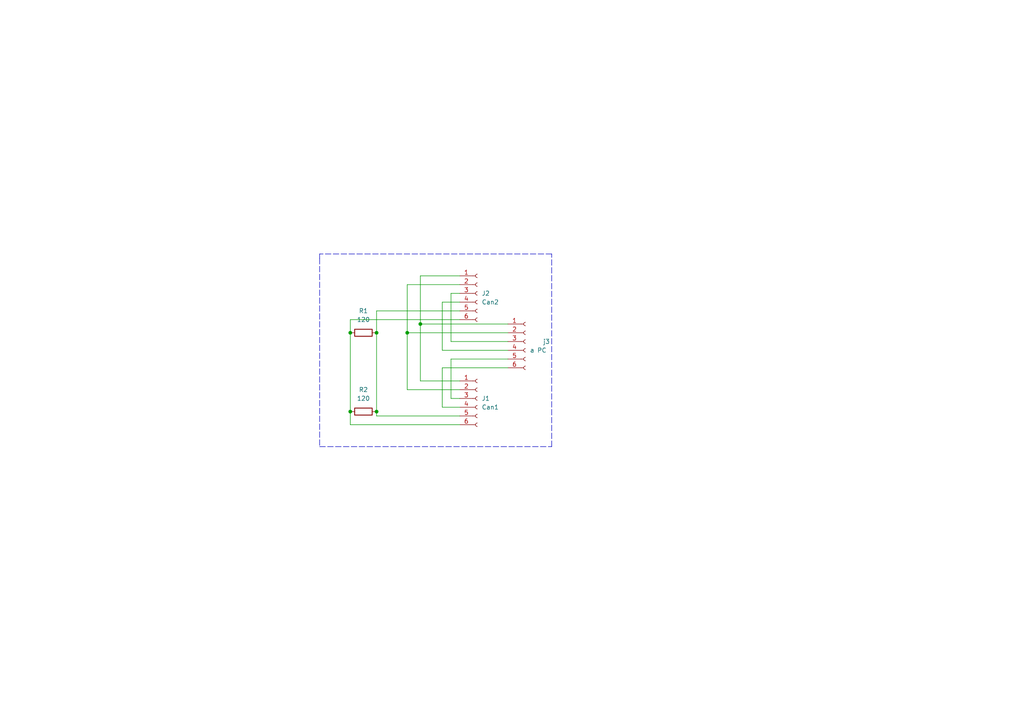
<source format=kicad_sch>
(kicad_sch (version 20211123) (generator eeschema)
  (paper "A4")
  (lib_symbols
    (symbol "Connector:Conn_01x06_Female" (pin_names (offset 1.016) hide)
      (property "Reference" "J" (at 0 7.62 0))
      (property "Value" "Conn_01x06_Female" (at 0 -10.16 0))
      (symbol "Conn_01x06_Female_1_1"
        (arc (start 0 -7.112) (mid -0.508 -7.62) (end 0 -8.128) (stroke (width 0.1524)))
        (arc (start 0 -4.572) (mid -0.508 -5.08) (end 0 -5.588) (stroke (width 0.1524)))
        (arc (start 0 -2.032) (mid -0.508 -2.54) (end 0 -3.048) (stroke (width 0.1524)))
        (polyline (pts (xy -1.27 -7.62) (xy -0.508 -7.62)) (stroke (width 0.1524)))
        (polyline (pts (xy -1.27 -5.08) (xy -0.508 -5.08)) (stroke (width 0.1524)))
        (polyline (pts (xy -1.27 -2.54) (xy -0.508 -2.54)) (stroke (width 0.1524)))
        (polyline (pts (xy -1.27 0) (xy -0.508 0)) (stroke (width 0.1524)))
        (polyline (pts (xy -1.27 2.54) (xy -0.508 2.54)) (stroke (width 0.1524)))
        (polyline (pts (xy -1.27 5.08) (xy -0.508 5.08)) (stroke (width 0.1524)))
        (arc (start 0 0.508) (mid -0.508 0) (end 0 -0.508) (stroke (width 0.1524)))
        (arc (start 0 3.048) (mid -0.508 2.54) (end 0 2.032) (stroke (width 0.1524)))
        (arc (start 0 5.588) (mid -0.508 5.08) (end 0 4.572) (stroke (width 0.1524)))
        (pin passive line (at -5.08 5.08 0) (length 3.81) (name "Pin_1") (number "1"))
        (pin passive line (at -5.08 2.54 0) (length 3.81) (name "Pin_2") (number "2"))
        (pin passive line (at -5.08 0 0) (length 3.81) (name "Pin_3") (number "3"))
        (pin passive line (at -5.08 -2.54 0) (length 3.81) (name "Pin_4") (number "4"))
        (pin passive line (at -5.08 -5.08 0) (length 3.81) (name "Pin_5") (number "5"))
        (pin passive line (at -5.08 -7.62 0) (length 3.81) (name "Pin_6") (number "6"))
      )
    )
    (symbol "Device:R" (pin_numbers hide) (pin_names (offset 0))
      (property "Reference" "R" (at 2.032 0 90))
      (property "Value" "R" (at 0 0 90))
      (symbol "R_0_1"
        (rectangle (start -1.016 -2.54) (end 1.016 2.54) (stroke (width 0.254)))
      )
      (symbol "R_1_1"
        (pin passive line (at 0 3.81 270) (length 1.27) (name "~") (number "1"))
        (pin passive line (at 0 -3.81 90) (length 1.27) (name "~") (number "2"))
      )
    )
  )
  (junction (at 101.6 119.38))
  (junction (at 121.92 93.98))
  (junction (at 101.6 96.52))
  (junction (at 109.22 96.52))
  (junction (at 118.11 96.52))
  (junction (at 109.22 119.38))
  (wire (pts (xy 130.81 104.14) (xy 130.81 115.57)))
  (wire (pts (xy 118.11 96.52) (xy 118.11 113.03)))
  (polyline (pts (xy 92.71 73.66) (xy 92.71 74.93)))
  (wire (pts (xy 133.35 110.49) (xy 121.92 110.49)))
  (polyline (pts (xy 160.02 73.66) (xy 92.71 73.66)))
  (wire (pts (xy 121.92 93.98) (xy 147.32 93.98)))
  (wire (pts (xy 130.81 115.57) (xy 133.35 115.57)))
  (wire (pts (xy 128.27 101.6) (xy 147.32 101.6)))
  (wire (pts (xy 101.6 123.19) (xy 133.35 123.19)))
  (wire (pts (xy 118.11 96.52) (xy 147.32 96.52)))
  (wire (pts (xy 109.22 119.38) (xy 109.22 120.65)))
  (polyline (pts (xy 92.71 74.93) (xy 92.71 129.54)))
  (wire (pts (xy 118.11 82.55) (xy 133.35 82.55)))
  (wire (pts (xy 133.35 118.11) (xy 128.27 118.11)))
  (wire (pts (xy 109.22 90.17) (xy 133.35 90.17)))
  (wire (pts (xy 128.27 106.68) (xy 128.27 118.11)))
  (wire (pts (xy 121.92 80.01) (xy 133.35 80.01)))
  (wire (pts (xy 130.81 99.06) (xy 130.81 85.09)))
  (wire (pts (xy 128.27 101.6) (xy 128.27 87.63)))
  (wire (pts (xy 133.35 85.09) (xy 130.81 85.09)))
  (wire (pts (xy 133.35 113.03) (xy 118.11 113.03)))
  (wire (pts (xy 101.6 92.71) (xy 133.35 92.71)))
  (wire (pts (xy 101.6 96.52) (xy 101.6 92.71)))
  (wire (pts (xy 109.22 90.17) (xy 109.22 96.52)))
  (wire (pts (xy 109.22 96.52) (xy 109.22 119.38)))
  (wire (pts (xy 118.11 96.52) (xy 118.11 82.55)))
  (wire (pts (xy 101.6 119.38) (xy 101.6 96.52)))
  (wire (pts (xy 133.35 87.63) (xy 128.27 87.63)))
  (wire (pts (xy 101.6 123.19) (xy 101.6 119.38)))
  (polyline (pts (xy 92.71 129.54) (xy 160.02 129.54)))
  (wire (pts (xy 121.92 80.01) (xy 121.92 93.98)))
  (wire (pts (xy 130.81 104.14) (xy 147.32 104.14)))
  (wire (pts (xy 121.92 110.49) (xy 121.92 93.98)))
  (wire (pts (xy 109.22 120.65) (xy 133.35 120.65)))
  (wire (pts (xy 130.81 99.06) (xy 147.32 99.06)))
  (polyline (pts (xy 160.02 129.54) (xy 160.02 73.66)))
  (wire (pts (xy 128.27 106.68) (xy 147.32 106.68)))
  (symbol (lib_id "Connector:Conn_01x06_Female") (at 152.4 99.06 0) (unit 1)
    (property "Reference" "j3" (at 157.48 99.06 0) (effects (justify left)))
    (property "Value" "a PC" (at 153.67 101.5999 0) (effects (justify left)))
    (property "Footprint" "Resistor_THT:R_Array_SIP6" (effects hide))
  )
  (symbol (lib_id "Device:R") (at 105.41 96.52 90) (unit 1)
    (property "Reference" "R1" (at 105.41 90.17 90))
    (property "Value" "120" (at 105.41 92.71 90))
    (property "Footprint" "Resistor_THT:R_Box_L13.0mm_W4.0mm_P9.00mm" (effects hide))
  )
  (symbol (lib_id "Connector:Conn_01x06_Female") (at 138.43 85.09 0) (unit 1)
    (property "Reference" "J2" (at 139.7 85.0899 0) (effects (justify left)))
    (property "Value" "Can2" (at 139.7 87.6299 0) (effects (justify left)))
    (property "Footprint" "Resistor_THT:R_Array_SIP6" (effects hide))
  )
  (symbol (lib_id "Connector:Conn_01x06_Female") (at 138.43 115.57 0) (unit 1)
    (property "Reference" "J1" (at 139.7 115.5699 0) (effects (justify left)))
    (property "Value" "Can1" (at 139.7 118.1099 0) (effects (justify left)))
    (property "Footprint" "Resistor_THT:R_Array_SIP6" (effects hide))
  )
  (symbol (lib_id "Device:R") (at 105.41 119.38 270) (unit 1)
    (property "Reference" "R2" (at 105.41 113.03 90))
    (property "Value" "120" (at 105.41 115.57 90))
    (property "Footprint" "Resistor_THT:R_Box_L13.0mm_W4.0mm_P9.00mm" (effects hide))
  )
)
</source>
